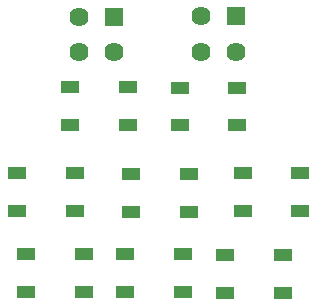
<source format=gbr>
%TF.GenerationSoftware,KiCad,Pcbnew,(5.1.6)-1*%
%TF.CreationDate,2020-11-25T11:58:54+11:00*%
%TF.ProjectId,JETT Station Select Placard PCB V1,4a455454-2053-4746-9174-696f6e205365,rev?*%
%TF.SameCoordinates,Original*%
%TF.FileFunction,Soldermask,Top*%
%TF.FilePolarity,Negative*%
%FSLAX46Y46*%
G04 Gerber Fmt 4.6, Leading zero omitted, Abs format (unit mm)*
G04 Created by KiCad (PCBNEW (5.1.6)-1) date 2020-11-25 11:58:54*
%MOMM*%
%LPD*%
G01*
G04 APERTURE LIST*
%ADD10C,1.620000*%
%ADD11R,1.620000X1.620000*%
%ADD12R,1.600000X1.100000*%
G04 APERTURE END LIST*
D10*
%TO.C,J2*%
X141068801Y-87884000D03*
X144068800Y-87884000D03*
X141068801Y-84884001D03*
D11*
X144068800Y-84884001D03*
%TD*%
D10*
%TO.C,J1*%
X151381201Y-87835999D03*
X154381200Y-87835999D03*
X151381201Y-84836000D03*
D11*
X154381200Y-84836000D03*
%TD*%
D12*
%TO.C,D8*%
X153455200Y-105080000D03*
X153455200Y-108280000D03*
X158355200Y-105080000D03*
X158355200Y-108280000D03*
%TD*%
%TO.C,D7*%
X145010800Y-105003600D03*
X145010800Y-108203600D03*
X149910800Y-105003600D03*
X149910800Y-108203600D03*
%TD*%
%TO.C,D6*%
X136578000Y-105003600D03*
X136578000Y-108203600D03*
X141478000Y-105003600D03*
X141478000Y-108203600D03*
%TD*%
%TO.C,D5*%
X154940000Y-98145600D03*
X154940000Y-101345600D03*
X159840000Y-98145600D03*
X159840000Y-101345600D03*
%TD*%
%TO.C,D4*%
X145491200Y-98196400D03*
X145491200Y-101396400D03*
X150391200Y-98196400D03*
X150391200Y-101396400D03*
%TD*%
%TO.C,D3*%
X135839200Y-98094800D03*
X135839200Y-101294800D03*
X140739200Y-98094800D03*
X140739200Y-101294800D03*
%TD*%
%TO.C,D2*%
X149606000Y-90881200D03*
X149606000Y-94081200D03*
X154506000Y-90881200D03*
X154506000Y-94081200D03*
%TD*%
%TO.C,D1*%
X140360400Y-90830400D03*
X140360400Y-94030400D03*
X145260400Y-90830400D03*
X145260400Y-94030400D03*
%TD*%
M02*

</source>
